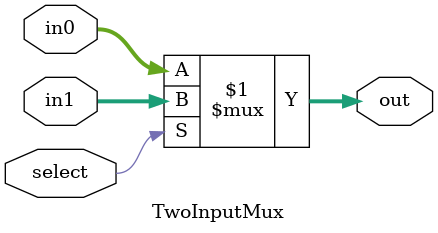
<source format=v>
`timescale 1ns / 1ps
module TwoInputMux(input select,input [31:0] in0,in1,output [31:0] out
    );
	 
assign out=select ? in1 : in0;

endmodule

</source>
